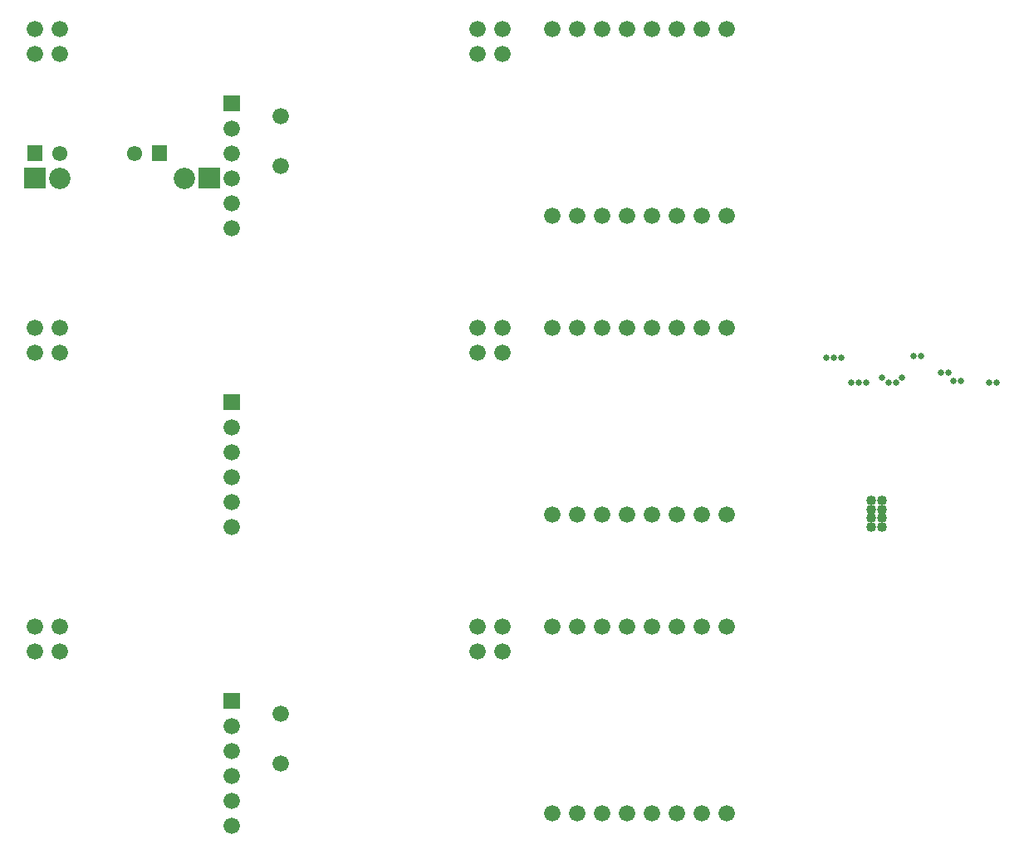
<source format=gbr>
G04 start of page 9 for group -4062 idx -4062 *
G04 Title: (unknown), soldermask *
G04 Creator: pcb 4.2.0 *
G04 CreationDate: Thu Sep 17 08:17:11 2020 UTC *
G04 For: commonadmin *
G04 Format: Gerber/RS-274X *
G04 PCB-Dimensions (mil): 6000.00 7000.00 *
G04 PCB-Coordinate-Origin: lower left *
%MOIN*%
%FSLAX25Y25*%
%LNBOTTOMMASK*%
%ADD77C,0.0400*%
%ADD76C,0.0860*%
%ADD75C,0.0610*%
%ADD74C,0.0001*%
%ADD73C,0.0260*%
%ADD72C,0.0660*%
G54D72*X367500Y155000D03*
X307500Y230000D03*
X317500D03*
X327500D03*
X337500D03*
X347500D03*
X357500D03*
X367500D03*
G54D73*X458499Y208500D03*
X438000Y210000D03*
X461500Y208500D03*
X473000Y208000D03*
X476000D03*
X453500Y212000D03*
X456500D03*
X442500Y218500D03*
X445500D03*
X430000Y210000D03*
X432500Y208000D03*
X435500D03*
X417500D03*
X420500D03*
X423500D03*
X407500Y218000D03*
X410500D03*
X413500D03*
G54D72*X327500Y155000D03*
X337500D03*
X347500D03*
X357500D03*
X297500D03*
X307500D03*
X317500D03*
X267500Y110000D03*
X277500D03*
X267500Y100000D03*
X277500D03*
X337500Y110000D03*
X327500D03*
X317500D03*
X307500D03*
X297500D03*
X367500D03*
X357500D03*
X347500D03*
X367500Y35000D03*
X357500D03*
X347500D03*
X337500D03*
X327500D03*
X317500D03*
X307500D03*
X297500D03*
X100000Y230000D03*
Y220000D03*
X90000D03*
Y230000D03*
Y110000D03*
Y100000D03*
X100000D03*
Y110000D03*
G54D74*G36*
X165700Y83300D02*Y76700D01*
X172300D01*
Y83300D01*
X165700D01*
G37*
G54D72*X169000Y70000D03*
Y60000D03*
Y50000D03*
Y40000D03*
Y30000D03*
X188500Y75000D03*
Y55000D03*
G54D74*G36*
X165700Y203300D02*Y196700D01*
X172300D01*
Y203300D01*
X165700D01*
G37*
G54D72*X169000Y190000D03*
Y180000D03*
Y170000D03*
Y160000D03*
Y150000D03*
G54D74*G36*
X165700Y323300D02*Y316700D01*
X172300D01*
Y323300D01*
X165700D01*
G37*
G54D72*X188500Y315000D03*
X169000Y310000D03*
Y300000D03*
X188500Y295000D03*
X169000Y290000D03*
G54D74*G36*
X155700Y294300D02*Y285700D01*
X164300D01*
Y294300D01*
X155700D01*
G37*
G54D72*X169000Y280000D03*
Y270000D03*
X90000Y350000D03*
Y340000D03*
X100000D03*
Y350000D03*
G54D74*G36*
X86950Y303050D02*Y296950D01*
X93050D01*
Y303050D01*
X86950D01*
G37*
G54D75*X130000Y300000D03*
G54D76*X100000Y290000D03*
G54D75*Y300000D03*
G54D74*G36*
X85700Y294300D02*Y285700D01*
X94300D01*
Y294300D01*
X85700D01*
G37*
G54D76*X150000Y290000D03*
G54D74*G36*
X136950Y303050D02*Y296950D01*
X143050D01*
Y303050D01*
X136950D01*
G37*
G54D72*X297500Y230000D03*
X277500D03*
Y220000D03*
X267500D03*
Y230000D03*
Y350000D03*
Y340000D03*
X277500D03*
Y350000D03*
X297500D03*
Y275000D03*
X367500D03*
Y350000D03*
X357500Y275000D03*
X347500D03*
X337500D03*
X327500D03*
X317500D03*
X307500D03*
X357500Y350000D03*
X347500D03*
X337500D03*
X327500D03*
X317500D03*
X307500D03*
G54D77*X425500Y153500D03*
Y150000D03*
X430000Y157000D03*
Y160500D03*
Y150000D03*
Y153500D03*
X425500Y157000D03*
Y160500D03*
M02*

</source>
